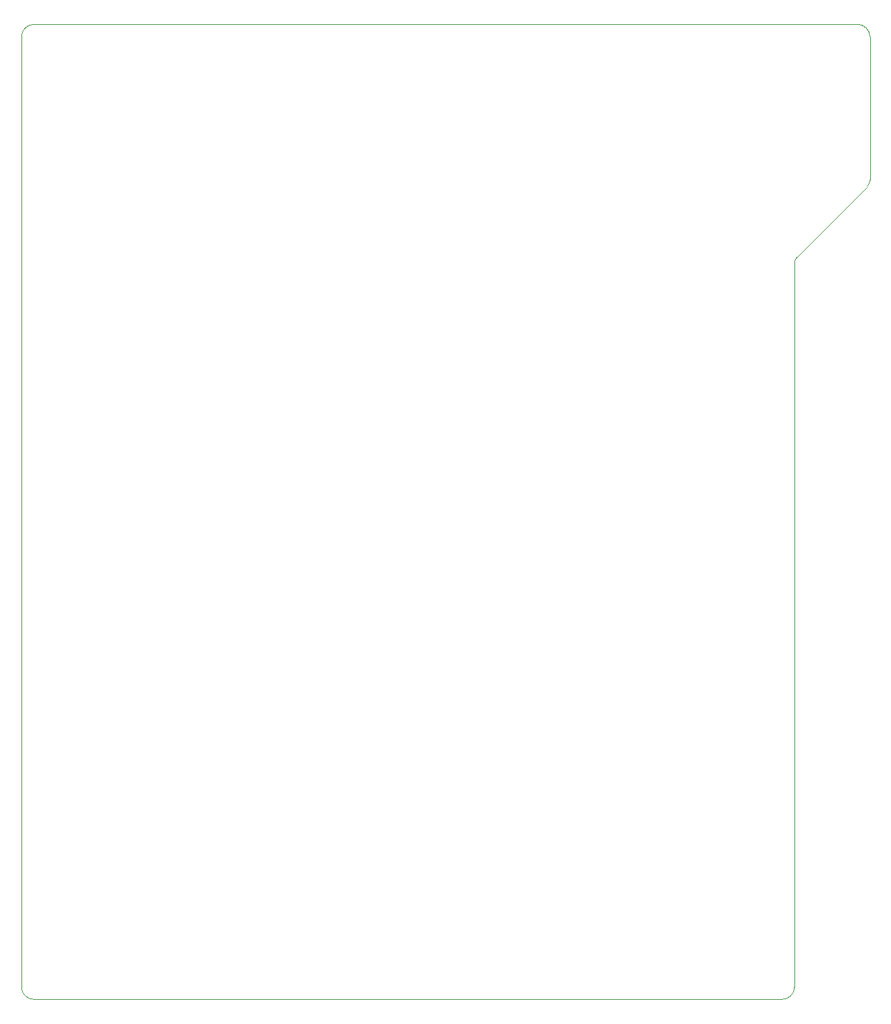
<source format=gbr>
%TF.GenerationSoftware,KiCad,Pcbnew,(5.1.9)-1*%
%TF.CreationDate,2021-04-12T01:02:27-04:00*%
%TF.ProjectId,Genesis Numpad,47656e65-7369-4732-904e-756d7061642e,rev?*%
%TF.SameCoordinates,Original*%
%TF.FileFunction,Profile,NP*%
%FSLAX46Y46*%
G04 Gerber Fmt 4.6, Leading zero omitted, Abs format (unit mm)*
G04 Created by KiCad (PCBNEW (5.1.9)-1) date 2021-04-12 01:02:27*
%MOMM*%
%LPD*%
G01*
G04 APERTURE LIST*
%TA.AperFunction,Profile*%
%ADD10C,0.050000*%
%TD*%
G04 APERTURE END LIST*
D10*
X127793750Y-142081250D02*
X33337500Y-142081250D01*
X129381250Y-49212500D02*
X129381250Y-140493750D01*
X138906250Y-20637500D02*
X138906250Y-38703251D01*
X138577468Y-39497000D02*
X129710032Y-48418751D01*
X129381250Y-49212500D02*
G75*
G02*
X129710032Y-48418751I1122531J0D01*
G01*
X138906250Y-38703251D02*
G75*
G02*
X138577468Y-39497000I-1122531J0D01*
G01*
X129381250Y-140493750D02*
G75*
G02*
X127793750Y-142081250I-1587500J0D01*
G01*
X137318750Y-19050000D02*
X33337500Y-19050000D01*
X31750000Y-140493750D02*
X31750000Y-20637500D01*
X33337500Y-142081250D02*
G75*
G02*
X31750000Y-140493750I0J1587500D01*
G01*
X137318750Y-19050000D02*
G75*
G02*
X138906250Y-20637500I0J-1587500D01*
G01*
X31750000Y-20637500D02*
G75*
G02*
X33337500Y-19050000I1587500J0D01*
G01*
M02*

</source>
